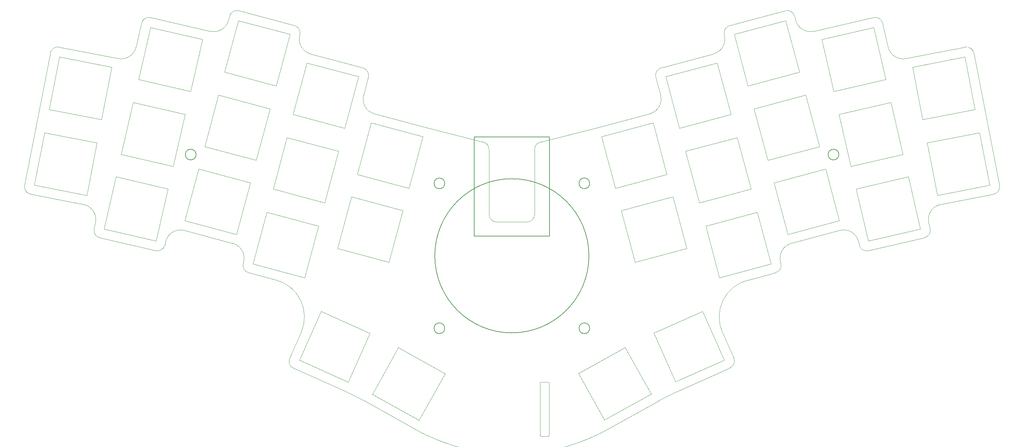
<source format=gbr>
G04 #@! TF.GenerationSoftware,KiCad,Pcbnew,7.0.2-0*
G04 #@! TF.CreationDate,2023-09-16T09:56:56+01:00*
G04 #@! TF.ProjectId,buteo-mx,62757465-6f2d-46d7-982e-6b696361645f,0.0.1*
G04 #@! TF.SameCoordinates,Original*
G04 #@! TF.FileFunction,Other,User*
%FSLAX46Y46*%
G04 Gerber Fmt 4.6, Leading zero omitted, Abs format (unit mm)*
G04 Created by KiCad (PCBNEW 7.0.2-0) date 2023-09-16 09:56:56*
%MOMM*%
%LPD*%
G01*
G04 APERTURE LIST*
%ADD10C,0.150000*%
%ADD11C,0.200000*%
%ADD12C,0.120000*%
G04 #@! TA.AperFunction,Profile*
%ADD13C,0.100000*%
G04 #@! TD*
G04 #@! TA.AperFunction,Profile*
%ADD14C,0.050000*%
G04 #@! TD*
G04 APERTURE END LIST*
D10*
X66215000Y-75810000D02*
G75*
G03*
X66215000Y-75810000I-1400000J0D01*
G01*
X234685000Y-75820000D02*
G75*
G03*
X234685000Y-75820000I-1400000J0D01*
G01*
D11*
X169189279Y-102349035D02*
G75*
G03*
X169189279Y-102349035I-20200000J0D01*
G01*
D10*
X169385001Y-83350001D02*
G75*
G03*
X169385001Y-83350001I-1400001J0D01*
G01*
X131385001Y-121349999D02*
G75*
G03*
X131385001Y-121349999I-1400001J0D01*
G01*
X139155000Y-71210000D02*
X158830000Y-71210000D01*
X158830000Y-97215000D01*
X139155000Y-97215000D01*
X139155000Y-71210000D01*
X131395000Y-83370000D02*
G75*
G03*
X131395000Y-83370000I-1400000J0D01*
G01*
X169395000Y-121350000D02*
G75*
G03*
X169395000Y-121350000I-1400000J0D01*
G01*
D12*
X72097277Y-60179898D02*
X85620238Y-63803365D01*
X85620238Y-63803365D02*
X81996771Y-77326326D01*
X81996771Y-77326326D02*
X68473810Y-73702859D01*
X68473810Y-73702859D02*
X72097277Y-60179898D01*
X207247367Y-44298424D02*
X220770328Y-40674957D01*
X220770328Y-40674957D02*
X224393795Y-54197918D01*
X224393795Y-54197918D02*
X210870834Y-57821385D01*
X210870834Y-57821385D02*
X207247367Y-44298424D01*
X66897244Y-79586701D02*
X80420205Y-83210168D01*
X80420205Y-83210168D02*
X76796738Y-96733129D01*
X76796738Y-96733129D02*
X63273777Y-93109662D01*
X63273777Y-93109662D02*
X66897244Y-79586701D01*
X212473704Y-63803365D02*
X225996665Y-60179898D01*
X225996665Y-60179898D02*
X229620132Y-73702859D01*
X229620132Y-73702859D02*
X216097171Y-77326326D01*
X216097171Y-77326326D02*
X212473704Y-63803365D01*
X95279878Y-51779149D02*
X108802839Y-55402616D01*
X108802839Y-55402616D02*
X105179372Y-68925577D01*
X105179372Y-68925577D02*
X91656411Y-65302110D01*
X91656411Y-65302110D02*
X95279878Y-51779149D01*
X112101413Y-67507058D02*
X125624374Y-71130525D01*
X125624374Y-71130525D02*
X122000907Y-84653486D01*
X122000907Y-84653486D02*
X108477946Y-81030019D01*
X108477946Y-81030019D02*
X112101413Y-67507058D01*
X230189108Y-45613606D02*
X243830289Y-42464291D01*
X243830289Y-42464291D02*
X246979604Y-56105472D01*
X246979604Y-56105472D02*
X233338423Y-59254787D01*
X233338423Y-59254787D02*
X230189108Y-45613606D01*
X257835829Y-72749782D02*
X271578609Y-70078456D01*
X271578609Y-70078456D02*
X274249935Y-83821236D01*
X274249935Y-83821236D02*
X260507155Y-86492562D01*
X260507155Y-86492562D02*
X257835829Y-72749782D01*
X177662032Y-90512792D02*
X191184993Y-86889325D01*
X191184993Y-86889325D02*
X194808460Y-100412286D01*
X194808460Y-100412286D02*
X181285499Y-104035753D01*
X181285499Y-104035753D02*
X177662032Y-90512792D01*
X189291101Y-55402616D02*
X202814062Y-51779149D01*
X202814062Y-51779149D02*
X206437529Y-65302110D01*
X206437529Y-65302110D02*
X192914568Y-68925577D01*
X192914568Y-68925577D02*
X189291101Y-55402616D01*
X77322615Y-40674962D02*
X90845576Y-44298429D01*
X90845576Y-44298429D02*
X87222109Y-57821390D01*
X87222109Y-57821390D02*
X73699148Y-54197923D01*
X73699148Y-54197923D02*
X77322615Y-40674962D01*
X234721525Y-65245660D02*
X248362706Y-62096345D01*
X248362706Y-62096345D02*
X251512021Y-75737526D01*
X251512021Y-75737526D02*
X237870840Y-78886841D01*
X237870840Y-78886841D02*
X234721525Y-65245660D01*
X194528565Y-74949093D02*
X208051526Y-71325626D01*
X208051526Y-71325626D02*
X211674993Y-84848587D01*
X211674993Y-84848587D02*
X198152032Y-88472054D01*
X198152032Y-88472054D02*
X194528565Y-74949093D01*
X199787768Y-94576702D02*
X213310729Y-90953235D01*
X213310729Y-90953235D02*
X216934196Y-104476196D01*
X216934196Y-104476196D02*
X203411235Y-108099663D01*
X203411235Y-108099663D02*
X199787768Y-94576702D01*
X106908950Y-86889319D02*
X120431911Y-90512786D01*
X120431911Y-90512786D02*
X116808444Y-104035747D01*
X116808444Y-104035747D02*
X103285483Y-100412280D01*
X103285483Y-100412280D02*
X106908950Y-86889319D01*
X45217369Y-81648054D02*
X58858550Y-84797369D01*
X58858550Y-84797369D02*
X55709235Y-98438550D01*
X55709235Y-98438550D02*
X42068054Y-95289235D01*
X42068054Y-95289235D02*
X45217369Y-81648054D01*
X49731237Y-62096344D02*
X63372418Y-65245659D01*
X63372418Y-65245659D02*
X60223103Y-78886840D01*
X60223103Y-78886840D02*
X46581922Y-75737525D01*
X46581922Y-75737525D02*
X49731237Y-62096344D01*
X217673738Y-83210168D02*
X231196699Y-79586701D01*
X231196699Y-79586701D02*
X234820166Y-93109662D01*
X234820166Y-93109662D02*
X221297205Y-96733129D01*
X221297205Y-96733129D02*
X217673738Y-83210168D01*
X26515331Y-70078453D02*
X40258111Y-72749779D01*
X40258111Y-72749779D02*
X37586785Y-86492559D01*
X37586785Y-86492559D02*
X23844005Y-83821233D01*
X23844005Y-83821233D02*
X26515331Y-70078453D01*
X239235394Y-84797369D02*
X252876575Y-81648054D01*
X252876575Y-81648054D02*
X256025890Y-95289235D01*
X256025890Y-95289235D02*
X242384709Y-98438550D01*
X242384709Y-98438550D02*
X239235394Y-84797369D01*
X253977478Y-52900280D02*
X267720258Y-50228954D01*
X267720258Y-50228954D02*
X270391584Y-63971734D01*
X270391584Y-63971734D02*
X256648804Y-66643060D01*
X256648804Y-66643060D02*
X253977478Y-52900280D01*
X30373687Y-50228949D02*
X44116467Y-52900275D01*
X44116467Y-52900275D02*
X41445141Y-66643055D01*
X41445141Y-66643055D02*
X27702361Y-63971729D01*
X27702361Y-63971729D02*
X30373687Y-50228949D01*
X172467564Y-71130525D02*
X185990525Y-67507058D01*
X185990525Y-67507058D02*
X189613992Y-81030019D01*
X189613992Y-81030019D02*
X176091031Y-84653486D01*
X176091031Y-84653486D02*
X172467564Y-71130525D01*
X84783219Y-90953239D02*
X98306180Y-94576706D01*
X98306180Y-94576706D02*
X94682713Y-108099667D01*
X94682713Y-108099667D02*
X81159752Y-104476200D01*
X81159752Y-104476200D02*
X84783219Y-90953239D01*
X106064654Y-135431805D02*
X93275017Y-129737492D01*
X93275017Y-129737492D02*
X98969330Y-116947855D01*
X98969330Y-116947855D02*
X111758967Y-122642168D01*
X111758967Y-122642168D02*
X106064654Y-135431805D01*
X90042419Y-71325624D02*
X103565380Y-74949091D01*
X103565380Y-74949091D02*
X99941913Y-88472052D01*
X99941913Y-88472052D02*
X86418952Y-84848585D01*
X86418952Y-84848585D02*
X90042419Y-71325624D01*
X204643945Y-129676969D02*
X191854308Y-135371282D01*
X191854308Y-135371282D02*
X186159995Y-122581645D01*
X186159995Y-122581645D02*
X198949632Y-116887332D01*
X198949632Y-116887332D02*
X204643945Y-129676969D01*
X124678087Y-145467146D02*
X112433411Y-138679812D01*
X112433411Y-138679812D02*
X119220745Y-126435136D01*
X119220745Y-126435136D02*
X131465421Y-133222470D01*
X131465421Y-133222470D02*
X124678087Y-145467146D01*
X54263651Y-42464295D02*
X67904832Y-45613610D01*
X67904832Y-45613610D02*
X64755517Y-59254791D01*
X64755517Y-59254791D02*
X51114336Y-56105476D01*
X51114336Y-56105476D02*
X54263651Y-42464295D01*
X185485553Y-138619299D02*
X173240877Y-145406633D01*
X173240877Y-145406633D02*
X166453543Y-133161957D01*
X166453543Y-133161957D02*
X178698219Y-126374623D01*
X178698219Y-126374623D02*
X185485553Y-138619299D01*
D13*
X75019848Y-39514221D02*
X75019848Y-39514221D01*
G75*
G02*
X77469264Y-38100190I1931752J-517679D01*
G01*
X92007698Y-41995541D01*
G75*
G02*
X93421874Y-44445293I-517298J-1931659D01*
G01*
X93403616Y-44513396D01*
G75*
G03*
X96229196Y-49412140I3863484J-1035804D01*
G01*
X109962304Y-53102269D01*
G75*
G02*
X111375362Y-55550639I-519104J-1931531D01*
G01*
X110125223Y-60223461D01*
G75*
G03*
X112952849Y-65120622I3864077J-1033839D01*
G01*
X126554736Y-68769774D01*
X141493773Y-72540786D01*
G75*
G02*
X143004275Y-74479963I-489473J-1939214D01*
G01*
X143004270Y-91496080D01*
G75*
G03*
X145004277Y-93496080I2000030J80D01*
G01*
X152942277Y-93496082D01*
G75*
G03*
X154942276Y-91496080I-77J2000082D01*
G01*
X154942275Y-74482970D01*
G75*
G02*
X156456402Y-72542885I2000125J-130D01*
G01*
X171561694Y-68759953D01*
X185140473Y-65120152D01*
G75*
G03*
X187968576Y-60221432I-1035673J3863652D01*
G01*
X186716706Y-55548585D01*
G75*
G02*
X188130483Y-53099298I1931894J517585D01*
G01*
X201863874Y-49415976D01*
G75*
G03*
X204692330Y-44520747I-1036174J3863476D01*
G01*
X204671633Y-44443234D01*
G75*
G02*
X206086445Y-41995462I1932067J516034D01*
G01*
X220625206Y-38100833D01*
G75*
G02*
X223074331Y-39514204I517394J-1932067D01*
G01*
X223373538Y-40628824D01*
G75*
G03*
X228134849Y-43489668I3863362J1037224D01*
G01*
X243775891Y-39885943D01*
G75*
G02*
X246173706Y-41385106I449309J-1948457D01*
G01*
X247615630Y-47632633D01*
G75*
G03*
X252275699Y-50659735I3897670J899733D01*
G01*
X267751688Y-47654405D01*
G75*
G02*
X270096165Y-49235930I381212J-1963395D01*
G01*
X276827782Y-83850240D01*
G75*
G02*
X275246455Y-86195241I-1963182J-381760D01*
G01*
X261389248Y-88890826D01*
G75*
G03*
X258255474Y-93716694I763652J-3926274D01*
G01*
X258605360Y-95232831D01*
G75*
G02*
X257106154Y-97631381I-1949060J-449569D01*
G01*
X242442988Y-101013985D01*
G75*
G02*
X240044409Y-99513893I-449688J1948685D01*
G01*
X239848200Y-98661680D01*
G75*
G03*
X234914668Y-95695488I-3898100J-897520D01*
G01*
X222247459Y-99090485D01*
G75*
G03*
X219418467Y-103986408I1035541J-3863615D01*
G01*
X219510713Y-104331743D01*
G75*
G02*
X218096918Y-106779518I-1932413J-516057D01*
G01*
X216383740Y-107239340D01*
X210741466Y-108749801D01*
G75*
G03*
X204188664Y-122469540I2585934J-9659799D01*
G01*
X206560916Y-127809457D01*
X207149443Y-129136041D01*
G75*
G02*
X206136819Y-131773263I-1828143J-811059D01*
G01*
X192231112Y-137983362D01*
G75*
G03*
X187509206Y-140346558I24468188J-54788938D01*
G01*
X172258612Y-148837988D01*
G75*
G02*
X125661812Y-148899313I-23359232J46191598D01*
G01*
X110217662Y-140307463D01*
G75*
G03*
X105488136Y-137942971I-29169862J-52434037D01*
G01*
X91770766Y-131824992D01*
G75*
G02*
X90758416Y-129184753I814634J1826592D01*
G01*
X91380086Y-127788882D01*
X93760947Y-122436969D01*
G75*
G03*
X87214227Y-108713619I-9136667J4064589D01*
G01*
X81563229Y-107198321D01*
X79999411Y-106778909D01*
G75*
G02*
X78584759Y-104336670I512289J1927609D01*
G01*
X78677005Y-103991335D01*
G75*
G03*
X75848013Y-99095412I-3864515J1032275D01*
G01*
X63446889Y-95768581D01*
X63179107Y-95697082D01*
G75*
G03*
X58250117Y-98660165I-1031867J-3864668D01*
G01*
X58051443Y-99518990D01*
G75*
G02*
X55652972Y-101016969I-1948643J450990D01*
G01*
X40989080Y-97631336D01*
G75*
G02*
X39490253Y-95232754I449720J1948636D01*
G01*
X39839496Y-93719832D01*
G75*
G03*
X36707977Y-88894167I-3897346J899802D01*
G01*
X22851455Y-86190642D01*
G75*
G02*
X21271156Y-83846249I383145J1963042D01*
G01*
X27995360Y-49232598D01*
G75*
G02*
X30340180Y-47650724I1963290J-381392D01*
G01*
X45822586Y-50659455D01*
G75*
G03*
X50483397Y-47631497I763014J3926555D01*
G01*
X51923204Y-41386183D01*
G75*
G02*
X54322379Y-39886834I1948896J-449317D01*
G01*
X69954565Y-43499125D01*
G75*
G03*
X74718753Y-40637478I900535J3897425D01*
G01*
X75019848Y-39514221D01*
D14*
X156375000Y-135760000D02*
X156375000Y-149360000D01*
X156675000Y-149660000D02*
X158475000Y-149660000D01*
X158475000Y-135460000D02*
X156675000Y-135460000D01*
X158775000Y-149360000D02*
X158775000Y-135760000D01*
X156675000Y-135460000D02*
G75*
G03*
X156375000Y-135760000I0J-300000D01*
G01*
X156375000Y-149360000D02*
G75*
G03*
X156675000Y-149660000I300000J0D01*
G01*
X158775000Y-135760000D02*
G75*
G03*
X158475000Y-135460000I-300000J0D01*
G01*
X158475000Y-149660000D02*
G75*
G03*
X158775000Y-149360000I0J300000D01*
G01*
M02*

</source>
